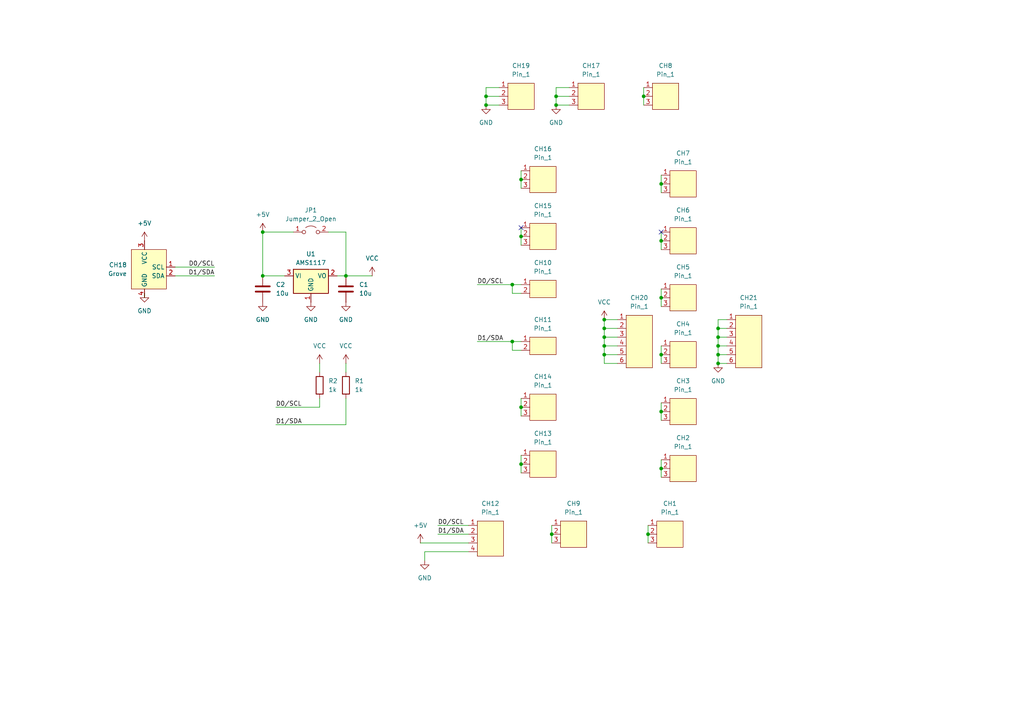
<source format=kicad_sch>
(kicad_sch (version 20231120) (generator "eeschema") (generator_version "8.0")
  (paper "A4")
  (lib_symbols
    (symbol "74th_Interface:I2C_Grove_Device-Side"
      (property "Reference" "CH" (at -7.62 1.27 0))
      (property "Value" "Grove" (at -7.62 -1.27 0))
      (symbol "I2C_Grove_Device-Side_0_1"
        (rectangle (start -6.35 6.35) (end 3.81 -5.08) (stroke (width 0.1524)) (fill (type background)))
      )
      (symbol "I2C_Grove_Device-Side_1_1"
        (pin input line (at 6.35 1.27 180) (length 2.54) (name "SCL") (number "1"))
        (pin bidirectional line (at 6.35 -1.27 180) (length 2.54) (name "SDA") (number "2"))
        (pin power_out line (at -2.54 8.89 270) (length 2.54) (name "VCC") (number "3"))
        (pin power_out line (at -2.54 -7.62 90) (length 2.54) (name "GND") (number "4"))
      )
    )
    (symbol "74th_Interface:Jumper_2" (pin_names (offset 0) hide)
      (property "Reference" "JP" (at 0 2.794 0))
      (property "Value" "Jumper_2_Open" (at 0 -2.286 0))
      (symbol "Jumper_2_0_0"
        (circle (center -2.032 0) (radius 0.508))
        (circle (center 2.032 0) (radius 0.508))
      )
      (symbol "Jumper_2_0_1"
        (arc (start 1.524 1.27) (mid 0 1.778) (end -1.524 1.27))
      )
      (symbol "Jumper_2_1_1"
        (pin passive line (at -5.08 0 0) (length 2.54) (name "A") (number "1"))
        (pin passive line (at 5.08 0 180) (length 2.54) (name "B") (number "2"))
      )
    )
    (symbol "74th_Interface:Pin_2"
      (property "Reference" "CH" (at 0 2.54 0))
      (property "Value" "Pin_2" (at 0 5.08 0))
      (symbol "Pin_2_0_1"
        (rectangle (start -3.81 1.27) (end 3.81 -3.81) (stroke (width 0.1524)) (fill (type background)))
      )
      (symbol "Pin_2_1_1"
        (pin bidirectional line (at 6.35 0 180) (length 2.54) (name "") (number "1"))
        (pin bidirectional line (at 6.35 -2.54 180) (length 2.54) (name "") (number "2"))
      )
    )
    (symbol "74th_Interface:Pin_3"
      (property "Reference" "CH" (at 0 2.54 0))
      (property "Value" "Pin_3" (at 0 5.08 0))
      (symbol "Pin_3_0_1"
        (rectangle (start -3.81 1.27) (end 3.81 -6.35) (stroke (width 0.1524)) (fill (type background)))
      )
      (symbol "Pin_3_1_1"
        (pin bidirectional line (at 6.35 0 180) (length 2.54) (name "") (number "1"))
        (pin bidirectional line (at 6.35 -2.54 180) (length 2.54) (name "") (number "2"))
        (pin bidirectional line (at 6.35 -5.08 180) (length 2.54) (name "") (number "3"))
      )
    )
    (symbol "74th_Interface:Pin_4"
      (property "Reference" "CH" (at 0 2.54 0))
      (property "Value" "Pin_4" (at 0 5.08 0))
      (symbol "Pin_4_0_1"
        (rectangle (start -3.81 1.27) (end 3.81 -8.89) (stroke (width 0.1524)) (fill (type background)))
      )
      (symbol "Pin_4_1_1"
        (pin bidirectional line (at 6.35 0 180) (length 2.54) (name "") (number "1"))
        (pin bidirectional line (at 6.35 -2.54 180) (length 2.54) (name "") (number "2"))
        (pin bidirectional line (at 6.35 -5.08 180) (length 2.54) (name "") (number "3"))
        (pin bidirectional line (at 6.35 -7.62 180) (length 2.54) (name "") (number "4"))
      )
    )
    (symbol "74th_Interface:Pin_6"
      (property "Reference" "CH" (at 0 2.54 0))
      (property "Value" "Pin_6" (at 0 5.08 0))
      (symbol "Pin_6_0_1"
        (rectangle (start -3.81 1.27) (end 3.81 -13.97) (stroke (width 0.1524)) (fill (type background)))
      )
      (symbol "Pin_6_1_1"
        (pin bidirectional line (at 6.35 0 180) (length 2.54) (name "") (number "1"))
        (pin bidirectional line (at 6.35 -2.54 180) (length 2.54) (name "") (number "2"))
        (pin bidirectional line (at 6.35 -5.08 180) (length 2.54) (name "") (number "3"))
        (pin bidirectional line (at 6.35 -7.62 180) (length 2.54) (name "") (number "4"))
        (pin bidirectional line (at 6.35 -10.16 180) (length 2.54) (name "") (number "5"))
        (pin bidirectional line (at 6.35 -12.7 180) (length 2.54) (name "") (number "6"))
      )
    )
    (symbol "74th_Passive:AMS1117-3.3_Regulator_SOT89"
      (property "Reference" "U" (at -3.81 3.175 0))
      (property "Value" "AMS1117" (at 0 3.175 0))
      (symbol "AMS1117-3.3_Regulator_SOT89_0_1"
        (rectangle (start -5.08 1.905) (end 5.08 -5.08) (stroke (width 0.254)) (fill (type background)))
      )
      (symbol "AMS1117-3.3_Regulator_SOT89_1_1"
        (pin power_in line (at 0 -7.62 90) (length 2.54) (name "GND") (number "1"))
        (pin power_out line (at 7.62 0 180) (length 2.54) (name "VO") (number "2"))
        (pin power_in line (at -7.62 0 0) (length 2.54) (name "VI") (number "3"))
      )
    )
    (symbol "Device:C" (pin_numbers hide) (pin_names (offset 0.254))
      (property "Reference" "C" (at 0.635 2.54 0))
      (property "Value" "C" (at 0.635 -2.54 0))
      (symbol "C_0_1"
        (polyline (pts (xy -2.032 -0.762) (xy 2.032 -0.762)) (stroke (width 0.508)))
        (polyline (pts (xy -2.032 0.762) (xy 2.032 0.762)) (stroke (width 0.508)))
      )
      (symbol "C_1_1"
        (pin passive line (at 0 3.81 270) (length 2.794) (name "~") (number "1"))
        (pin passive line (at 0 -3.81 90) (length 2.794) (name "~") (number "2"))
      )
    )
    (symbol "Device:R" (pin_numbers hide) (pin_names (offset 0))
      (property "Reference" "R" (at 2.032 0 90))
      (property "Value" "R" (at 0 0 90))
      (symbol "R_0_1"
        (rectangle (start -1.016 -2.54) (end 1.016 2.54) (stroke (width 0.254)))
      )
      (symbol "R_1_1"
        (pin passive line (at 0 3.81 270) (length 1.27) (name "~") (number "1"))
        (pin passive line (at 0 -3.81 90) (length 1.27) (name "~") (number "2"))
      )
    )
    (symbol "power:+5V" (power) (pin_numbers hide) (pin_names (offset 0) hide)
      (property "Value" "+5V" (at 0 3.556 0))
      (symbol "+5V_0_1"
        (polyline (pts (xy -0.762 1.27) (xy 0 2.54)))
        (polyline (pts (xy 0 0) (xy 0 2.54)))
        (polyline (pts (xy 0 2.54) (xy 0.762 1.27)))
      )
      (symbol "+5V_1_1"
        (pin power_in line (at 0 0 90) (length 0) (name "~") (number "1"))
      )
    )
    (symbol "power:GND" (power) (pin_numbers hide) (pin_names (offset 0) hide)
      (property "Value" "GND" (at 0 -3.81 0))
      (symbol "GND_0_1"
        (polyline (pts (xy 0 0) (xy 0 -1.27) (xy 1.27 -1.27) (xy 0 -2.54) (xy -1.27 -1.27) (xy 0 -1.27)))
      )
      (symbol "GND_1_1"
        (pin power_in line (at 0 0 270) (length 0) (name "~") (number "1"))
      )
    )
    (symbol "power:VCC" (power) (pin_numbers hide) (pin_names (offset 0) hide)
      (property "Value" "VCC" (at 0 3.556 0))
      (symbol "VCC_0_1"
        (polyline (pts (xy -0.762 1.27) (xy 0 2.54)))
        (polyline (pts (xy 0 0) (xy 0 2.54)))
        (polyline (pts (xy 0 2.54) (xy 0.762 1.27)))
      )
      (symbol "VCC_1_1"
        (pin power_in line (at 0 0 90) (length 0) (name "~") (number "1"))
      )
    )
  )
  (junction (at 191.77 102.87))
  (junction (at 175.26 92.71))
  (junction (at 187.96 154.94))
  (junction (at 191.77 135.89))
  (junction (at 151.13 118.11))
  (junction (at 191.77 69.85))
  (junction (at 191.77 53.34))
  (junction (at 175.26 95.25))
  (junction (at 151.13 52.07))
  (junction (at 76.2 67.31))
  (junction (at 191.77 119.38))
  (junction (at 208.28 97.79))
  (junction (at 100.33 80.01))
  (junction (at 148.59 99.06))
  (junction (at 140.97 27.94))
  (junction (at 175.26 97.79))
  (junction (at 208.28 102.87))
  (junction (at 175.26 102.87))
  (junction (at 76.2 80.01))
  (junction (at 208.28 105.41))
  (junction (at 151.13 134.62))
  (junction (at 161.29 30.48))
  (junction (at 160.02 154.94))
  (junction (at 186.69 27.94))
  (junction (at 191.77 86.36))
  (junction (at 208.28 100.33))
  (junction (at 151.13 68.58))
  (junction (at 148.59 82.55))
  (junction (at 208.28 95.25))
  (junction (at 161.29 27.94))
  (junction (at 140.97 30.48))
  (junction (at 175.26 100.33))
  (no_connect (at 151.13 66.04))
  (no_connect (at 191.77 67.31))
  (wire (pts (xy 191.77 86.36) (xy 191.77 88.9)))
  (wire (pts (xy 175.26 102.87) (xy 179.07 102.87)))
  (wire (pts (xy 191.77 135.89) (xy 191.77 138.43)))
  (wire (pts (xy 144.78 30.48) (xy 140.97 30.48)))
  (wire (pts (xy 191.77 50.8) (xy 191.77 53.34)))
  (wire (pts (xy 97.79 80.01) (xy 100.33 80.01)))
  (wire (pts (xy 92.71 115.57) (xy 92.71 118.11)))
  (wire (pts (xy 140.97 30.48) (xy 140.97 27.94)))
  (wire (pts (xy 127 154.94) (xy 135.89 154.94)))
  (wire (pts (xy 175.26 105.41) (xy 175.26 102.87)))
  (wire (pts (xy 140.97 25.4) (xy 140.97 27.94)))
  (wire (pts (xy 151.13 115.57) (xy 151.13 118.11)))
  (wire (pts (xy 179.07 105.41) (xy 175.26 105.41)))
  (wire (pts (xy 208.28 97.79) (xy 208.28 95.25)))
  (wire (pts (xy 148.59 85.09) (xy 148.59 82.55)))
  (wire (pts (xy 76.2 80.01) (xy 82.55 80.01)))
  (wire (pts (xy 144.78 27.94) (xy 140.97 27.94)))
  (wire (pts (xy 151.13 49.53) (xy 151.13 52.07)))
  (wire (pts (xy 208.28 102.87) (xy 208.28 100.33)))
  (wire (pts (xy 175.26 97.79) (xy 175.26 95.25)))
  (wire (pts (xy 210.82 92.71) (xy 208.28 92.71)))
  (wire (pts (xy 165.1 25.4) (xy 161.29 25.4)))
  (wire (pts (xy 191.77 69.85) (xy 191.77 72.39)))
  (wire (pts (xy 186.69 27.94) (xy 186.69 30.48)))
  (wire (pts (xy 80.01 123.19) (xy 100.33 123.19)))
  (wire (pts (xy 138.43 99.06) (xy 148.59 99.06)))
  (wire (pts (xy 80.01 118.11) (xy 92.71 118.11)))
  (wire (pts (xy 100.33 67.31) (xy 100.33 80.01)))
  (wire (pts (xy 179.07 97.79) (xy 175.26 97.79)))
  (wire (pts (xy 121.92 157.48) (xy 135.89 157.48)))
  (wire (pts (xy 160.02 152.4) (xy 160.02 154.94)))
  (wire (pts (xy 175.26 100.33) (xy 179.07 100.33)))
  (wire (pts (xy 179.07 95.25) (xy 175.26 95.25)))
  (wire (pts (xy 210.82 97.79) (xy 208.28 97.79)))
  (wire (pts (xy 191.77 133.35) (xy 191.77 135.89)))
  (wire (pts (xy 208.28 105.41) (xy 210.82 105.41)))
  (wire (pts (xy 160.02 154.94) (xy 160.02 157.48)))
  (wire (pts (xy 138.43 82.55) (xy 148.59 82.55)))
  (wire (pts (xy 123.19 160.02) (xy 135.89 160.02)))
  (wire (pts (xy 76.2 67.31) (xy 76.2 80.01)))
  (wire (pts (xy 191.77 102.87) (xy 191.77 105.41)))
  (wire (pts (xy 151.13 66.04) (xy 151.13 68.58)))
  (wire (pts (xy 50.8 77.47) (xy 62.23 77.47)))
  (wire (pts (xy 191.77 83.82) (xy 191.77 86.36)))
  (wire (pts (xy 148.59 101.6) (xy 148.59 99.06)))
  (wire (pts (xy 208.28 102.87) (xy 210.82 102.87)))
  (wire (pts (xy 208.28 100.33) (xy 208.28 97.79)))
  (wire (pts (xy 165.1 27.94) (xy 161.29 27.94)))
  (wire (pts (xy 208.28 92.71) (xy 208.28 95.25)))
  (wire (pts (xy 165.1 30.48) (xy 161.29 30.48)))
  (wire (pts (xy 210.82 95.25) (xy 208.28 95.25)))
  (wire (pts (xy 187.96 152.4) (xy 187.96 154.94)))
  (wire (pts (xy 100.33 105.41) (xy 100.33 107.95)))
  (wire (pts (xy 41.91 86.36) (xy 41.91 85.09)))
  (wire (pts (xy 161.29 30.48) (xy 161.29 27.94)))
  (wire (pts (xy 85.09 67.31) (xy 76.2 67.31)))
  (wire (pts (xy 186.69 25.4) (xy 186.69 27.94)))
  (wire (pts (xy 50.8 80.01) (xy 62.23 80.01)))
  (wire (pts (xy 208.28 105.41) (xy 208.28 102.87)))
  (wire (pts (xy 144.78 25.4) (xy 140.97 25.4)))
  (wire (pts (xy 148.59 82.55) (xy 151.13 82.55)))
  (wire (pts (xy 175.26 100.33) (xy 175.26 97.79)))
  (wire (pts (xy 151.13 134.62) (xy 151.13 137.16)))
  (wire (pts (xy 148.59 85.09) (xy 151.13 85.09)))
  (wire (pts (xy 191.77 116.84) (xy 191.77 119.38)))
  (wire (pts (xy 151.13 52.07) (xy 151.13 54.61)))
  (wire (pts (xy 127 152.4) (xy 135.89 152.4)))
  (wire (pts (xy 191.77 119.38) (xy 191.77 121.92)))
  (wire (pts (xy 191.77 67.31) (xy 191.77 69.85)))
  (wire (pts (xy 175.26 92.71) (xy 179.07 92.71)))
  (wire (pts (xy 92.71 105.41) (xy 92.71 107.95)))
  (wire (pts (xy 175.26 102.87) (xy 175.26 100.33)))
  (wire (pts (xy 148.59 99.06) (xy 151.13 99.06)))
  (wire (pts (xy 151.13 118.11) (xy 151.13 120.65)))
  (wire (pts (xy 95.25 67.31) (xy 100.33 67.31)))
  (wire (pts (xy 191.77 100.33) (xy 191.77 102.87)))
  (wire (pts (xy 175.26 95.25) (xy 175.26 92.71)))
  (wire (pts (xy 151.13 132.08) (xy 151.13 134.62)))
  (wire (pts (xy 187.96 154.94) (xy 187.96 157.48)))
  (wire (pts (xy 107.95 80.01) (xy 100.33 80.01)))
  (wire (pts (xy 191.77 53.34) (xy 191.77 55.88)))
  (wire (pts (xy 151.13 68.58) (xy 151.13 71.12)))
  (wire (pts (xy 161.29 25.4) (xy 161.29 27.94)))
  (wire (pts (xy 123.19 162.56) (xy 123.19 160.02)))
  (wire (pts (xy 100.33 123.19) (xy 100.33 115.57)))
  (wire (pts (xy 148.59 101.6) (xy 151.13 101.6)))
  (wire (pts (xy 208.28 100.33) (xy 210.82 100.33)))
  (label "D1{slash}SDA" (at 80.01 123.19 0))
  (label "D1{slash}SDA" (at 62.23 80.01 180))
  (label "D0{slash}SCL" (at 138.43 82.55 0))
  (label "D0{slash}SCL" (at 62.23 77.47 180))
  (label "D0{slash}SCL" (at 80.01 118.11 0))
  (label "D1{slash}SDA" (at 127 154.94 0))
  (label "D0{slash}SCL" (at 127 152.4 0))
  (label "D1{slash}SDA" (at 138.43 99.06 0))
  (symbol (lib_id "74th_Interface:Pin_2") (at 157.48 99.06 0) (mirror y) (unit 1)
    (property "Reference" "CH11" (at 157.48 92.71 0))
    (property "Value" "Pin_1" (at 157.48 95.25 0))
    (property "Footprint" "74th:PinOut_Pin_2" (effects (hide yes)))
  )
  (symbol (lib_id "Device:C") (at 76.2 83.82 0) (unit 1)
    (property "Reference" "C2" (at 80.01 82.5499 0) (effects (justify left)))
    (property "Value" "10u" (at 80.01 85.0899 0) (effects (justify left)))
    (property "Footprint" "74th:Capacitor_0603_1608" (effects (hide yes)))
    (property "Description" "Unpolarized capacitor" (effects (hide yes)))
  )
  (symbol (lib_id "74th_Interface:Pin_3") (at 193.04 25.4 0) (mirror y) (unit 1)
    (property "Reference" "CH8" (at 193.04 19.05 0))
    (property "Value" "Pin_1" (at 193.04 21.59 0))
    (property "Footprint" "74th:PinOut_Pin_3" (effects (hide yes)))
  )
  (symbol (lib_id "74th_Interface:Pin_3") (at 171.45 25.4 0) (mirror y) (unit 1)
    (property "Reference" "CH17" (at 171.45 19.05 0))
    (property "Value" "Pin_1" (at 171.45 21.59 0))
    (property "Footprint" "74th:PinOut_Pin_3_Square" (effects (hide yes)))
  )
  (symbol (lib_id "power:GND") (at 140.97 30.48 0) (unit 1)
    (property "Reference" "#PWR08" (effects (hide yes)))
    (property "Value" "GND" (at 140.97 35.56 0))
    (property "Description" "Power symbol creates a global label with name \"GND\" , ground" (effects (hide yes)))
  )
  (symbol (lib_id "power:VCC") (at 92.71 105.41 0) (unit 1)
    (property "Reference" "#PWR013" (effects (hide yes)))
    (property "Value" "VCC" (at 92.71 100.33 0))
    (property "Description" "Power symbol creates a global label with name \"VCC\"" (effects (hide yes)))
  )
  (symbol (lib_id "power:VCC") (at 107.95 80.01 0) (unit 1)
    (property "Reference" "#PWR05" (effects (hide yes)))
    (property "Value" "VCC" (at 107.95 74.93 0))
    (property "Description" "Power symbol creates a global label with name \"VCC\"" (effects (hide yes)))
  )
  (symbol (lib_id "power:GND") (at 161.29 30.48 0) (unit 1)
    (property "Reference" "#PWR014" (effects (hide yes)))
    (property "Value" "GND" (at 161.29 35.56 0))
    (property "Description" "Power symbol creates a global label with name \"GND\" , ground" (effects (hide yes)))
  )
  (symbol (lib_id "power:GND") (at 90.17 87.63 0) (unit 1)
    (property "Reference" "#PWR04" (effects (hide yes)))
    (property "Value" "GND" (at 90.17 92.71 0))
    (property "Description" "Power symbol creates a global label with name \"GND\" , ground" (effects (hide yes)))
  )
  (symbol (lib_id "74th_Interface:Pin_2") (at 157.48 82.55 0) (mirror y) (unit 1)
    (property "Reference" "CH10" (at 157.48 76.2 0))
    (property "Value" "Pin_1" (at 157.48 78.74 0))
    (property "Footprint" "74th:PinOut_Pin_2" (effects (hide yes)))
  )
  (symbol (lib_id "power:GND") (at 208.28 105.41 0) (unit 1)
    (property "Reference" "#PWR09" (effects (hide yes)))
    (property "Value" "GND" (at 208.28 110.49 0))
    (property "Description" "Power symbol creates a global label with name \"GND\" , ground" (effects (hide yes)))
  )
  (symbol (lib_id "power:GND") (at 100.33 87.63 0) (unit 1)
    (property "Reference" "#PWR03" (effects (hide yes)))
    (property "Value" "GND" (at 100.33 92.71 0))
    (property "Description" "Power symbol creates a global label with name \"GND\" , ground" (effects (hide yes)))
  )
  (symbol (lib_id "Device:R") (at 100.33 111.76 0) (unit 1)
    (property "Reference" "R1" (at 102.87 110.4899 0) (effects (justify left)))
    (property "Value" "1k" (at 102.87 113.0299 0) (effects (justify left)))
    (property "Footprint" "74th:Register_0603_1608" (effects (hide yes)))
    (property "Description" "Resistor" (effects (hide yes)))
  )
  (symbol (lib_id "power:+5V") (at 121.92 157.48 0) (unit 1)
    (property "Reference" "#PWR06" (effects (hide yes)))
    (property "Value" "+5V" (at 121.92 152.4 0))
    (property "Description" "Power symbol creates a global label with name \"+5V\"" (effects (hide yes)))
  )
  (symbol (lib_id "74th_Interface:Pin_3") (at 198.12 50.8 0) (mirror y) (unit 1)
    (property "Reference" "CH7" (at 198.12 44.45 0))
    (property "Value" "Pin_1" (at 198.12 46.99 0))
    (property "Footprint" "74th:PinOut_Pin_3" (effects (hide yes)))
  )
  (symbol (lib_id "74th_Interface:Pin_3") (at 198.12 67.31 0) (mirror y) (unit 1)
    (property "Reference" "CH6" (at 198.12 60.96 0))
    (property "Value" "Pin_1" (at 198.12 63.5 0))
    (property "Footprint" "74th:PinOut_Pin_3" (effects (hide yes)))
  )
  (symbol (lib_id "74th_Interface:Pin_3") (at 157.48 49.53 0) (mirror y) (unit 1)
    (property "Reference" "CH16" (at 157.48 43.18 0))
    (property "Value" "Pin_1" (at 157.48 45.72 0))
    (property "Footprint" "74th:PinOut_Pin_3" (effects (hide yes)))
  )
  (symbol (lib_id "74th_Interface:Jumper_2") (at 90.17 67.31 0) (unit 1)
    (property "Reference" "JP1" (at 90.17 60.96 0))
    (property "Value" "Jumper_2_Open" (at 90.17 63.5 0))
    (property "Footprint" "74th:SolderJumper-2" (effects (hide yes)))
    (property "Description" "Jumper, 2-pole, open" (effects (hide yes)))
  )
  (symbol (lib_id "power:VCC") (at 175.26 92.71 0) (unit 1)
    (property "Reference" "#PWR07" (effects (hide yes)))
    (property "Value" "VCC" (at 175.26 87.63 0))
    (property "Description" "Power symbol creates a global label with name \"VCC\"" (effects (hide yes)))
  )
  (symbol (lib_id "74th_Interface:Pin_3") (at 198.12 133.35 0) (mirror y) (unit 1)
    (property "Reference" "CH2" (at 198.12 127 0))
    (property "Value" "Pin_1" (at 198.12 129.54 0))
    (property "Footprint" "74th:PinOut_Pin_3" (effects (hide yes)))
  )
  (symbol (lib_id "power:+5V") (at 41.91 69.85 0) (unit 1)
    (property "Reference" "#PWR010" (effects (hide yes)))
    (property "Value" "+5V" (at 41.91 64.77 0))
    (property "Description" "Power symbol creates a global label with name \"+5V\"" (effects (hide yes)))
  )
  (symbol (lib_id "74th_Interface:Pin_3") (at 198.12 100.33 0) (mirror y) (unit 1)
    (property "Reference" "CH4" (at 198.12 93.98 0))
    (property "Value" "Pin_1" (at 198.12 96.52 0))
    (property "Footprint" "74th:PinOut_Pin_3" (effects (hide yes)))
  )
  (symbol (lib_id "74th_Interface:Pin_3") (at 198.12 83.82 0) (mirror y) (unit 1)
    (property "Reference" "CH5" (at 198.12 77.47 0))
    (property "Value" "Pin_1" (at 198.12 80.01 0))
    (property "Footprint" "74th:PinOut_Pin_3" (effects (hide yes)))
  )
  (symbol (lib_id "74th_Interface:Pin_3") (at 151.13 25.4 0) (mirror y) (unit 1)
    (property "Reference" "CH19" (at 151.13 19.05 0))
    (property "Value" "Pin_1" (at 151.13 21.59 0))
    (property "Footprint" "74th:PinOut_Pin_3_Square" (effects (hide yes)))
  )
  (symbol (lib_id "Device:C") (at 100.33 83.82 0) (unit 1)
    (property "Reference" "C1" (at 104.14 82.5499 0) (effects (justify left)))
    (property "Value" "10u" (at 104.14 85.0899 0) (effects (justify left)))
    (property "Footprint" "74th:Capacitor_0603_1608" (effects (hide yes)))
    (property "Description" "Unpolarized capacitor" (effects (hide yes)))
  )
  (symbol (lib_id "power:GND") (at 76.2 87.63 0) (unit 1)
    (property "Reference" "#PWR02" (effects (hide yes)))
    (property "Value" "GND" (at 76.2 92.71 0))
    (property "Description" "Power symbol creates a global label with name \"GND\" , ground" (effects (hide yes)))
  )
  (symbol (lib_id "power:GND") (at 41.91 85.09 0) (unit 1)
    (property "Reference" "#PWR01" (effects (hide yes)))
    (property "Value" "GND" (at 41.91 90.17 0))
    (property "Description" "Power symbol creates a global label with name \"GND\" , ground" (effects (hide yes)))
  )
  (symbol (lib_id "74th_Interface:Pin_3") (at 157.48 132.08 0) (mirror y) (unit 1)
    (property "Reference" "CH13" (at 157.48 125.73 0))
    (property "Value" "Pin_1" (at 157.48 128.27 0))
    (property "Footprint" "74th:PinOut_Pin_3" (effects (hide yes)))
  )
  (symbol (lib_id "Device:R") (at 92.71 111.76 0) (unit 1)
    (property "Reference" "R2" (at 95.25 110.4899 0) (effects (justify left)))
    (property "Value" "1k" (at 95.25 113.0299 0) (effects (justify left)))
    (property "Footprint" "74th:Register_0603_1608" (effects (hide yes)))
    (property "Description" "Resistor" (effects (hide yes)))
  )
  (symbol (lib_id "74th_Interface:Pin_3") (at 157.48 115.57 0) (mirror y) (unit 1)
    (property "Reference" "CH14" (at 157.48 109.22 0))
    (property "Value" "Pin_1" (at 157.48 111.76 0))
    (property "Footprint" "74th:PinOut_Pin_3" (effects (hide yes)))
  )
  (symbol (lib_id "74th_Passive:AMS1117-3.3_Regulator_SOT89") (at 90.17 80.01 0) (unit 1)
    (property "Reference" "U1" (at 90.17 73.66 0))
    (property "Value" "AMS1117" (at 90.17 76.2 0))
    (property "Footprint" "Package_TO_SOT_SMD:SOT-89-3" (effects (hide yes)))
    (property "Description" "1A Low Dropout regulator, positive, adjustable output, SOT-223" (effects (hide yes)))
  )
  (symbol (lib_id "74th_Interface:Pin_3") (at 198.12 116.84 0) (mirror y) (unit 1)
    (property "Reference" "CH3" (at 198.12 110.49 0))
    (property "Value" "Pin_1" (at 198.12 113.03 0))
    (property "Footprint" "74th:PinOut_Pin_3" (effects (hide yes)))
  )
  (symbol (lib_id "74th_Interface:Pin_4") (at 142.24 152.4 0) (mirror y) (unit 1)
    (property "Reference" "CH12" (at 142.24 146.05 0))
    (property "Value" "Pin_1" (at 142.24 148.59 0))
    (property "Footprint" "74th:PinOut_Pin_4_GND" (effects (hide yes)))
  )
  (symbol (lib_id "power:VCC") (at 100.33 105.41 0) (unit 1)
    (property "Reference" "#PWR015" (effects (hide yes)))
    (property "Value" "VCC" (at 100.33 100.33 0))
    (property "Description" "Power symbol creates a global label with name \"VCC\"" (effects (hide yes)))
  )
  (symbol (lib_id "74th_Interface:Pin_3") (at 194.31 152.4 0) (mirror y) (unit 1)
    (property "Reference" "CH1" (at 194.31 146.05 0))
    (property "Value" "Pin_1" (at 194.31 148.59 0))
    (property "Footprint" "74th:PinOut_Pin_3" (effects (hide yes)))
  )
  (symbol (lib_id "power:+5V") (at 76.2 67.31 0) (unit 1)
    (property "Reference" "#PWR011" (effects (hide yes)))
    (property "Value" "+5V" (at 76.2 62.23 0))
    (property "Description" "Power symbol creates a global label with name \"+5V\"" (effects (hide yes)))
  )
  (symbol (lib_id "74th_Interface:Pin_3") (at 166.37 152.4 0) (mirror y) (unit 1)
    (property "Reference" "CH9" (at 166.37 146.05 0))
    (property "Value" "Pin_1" (at 166.37 148.59 0))
    (property "Footprint" "74th:PinOut_Pin_3" (effects (hide yes)))
  )
  (symbol (lib_id "74th_Interface:I2C_Grove_Device-Side") (at 44.45 78.74 0) (unit 1)
    (property "Reference" "CH18" (at 36.83 76.8349 0) (effects (justify right)))
    (property "Value" "Grove" (at 36.83 79.3749 0) (effects (justify right)))
    (property "Footprint" "74th:Connector_HY-2.0_SMD_4Pin" (effects (hide yes)))
  )
  (symbol (lib_id "74th_Interface:Pin_3") (at 157.48 66.04 0) (mirror y) (unit 1)
    (property "Reference" "CH15" (at 157.48 59.69 0))
    (property "Value" "Pin_1" (at 157.48 62.23 0))
    (property "Footprint" "74th:PinOut_Pin_3" (effects (hide yes)))
  )
  (symbol (lib_id "power:GND") (at 123.19 162.56 0) (unit 1)
    (property "Reference" "#PWR012" (effects (hide yes)))
    (property "Value" "GND" (at 123.19 167.64 0))
    (property "Description" "Power symbol creates a global label with name \"GND\" , ground" (effects (hide yes)))
  )
  (symbol (lib_id "74th_Interface:Pin_6") (at 217.17 92.71 0) (mirror y) (unit 1)
    (property "Reference" "CH21" (at 217.17 86.36 0))
    (property "Value" "Pin_1" (at 217.17 88.9 0))
    (property "Footprint" "74th:PinOut_Universal-Board_bridge6_with-Jumper_Square" (effects (hide yes)))
  )
  (symbol (lib_id "74th_Interface:Pin_6") (at 185.42 92.71 0) (mirror y) (unit 1)
    (property "Reference" "CH20" (at 185.42 86.36 0))
    (property "Value" "Pin_1" (at 185.42 88.9 0))
    (property "Footprint" "74th:PinOut_Universal-Board_bridge6_with-Jumper" (effects (hide yes)))
  )
)
</source>
